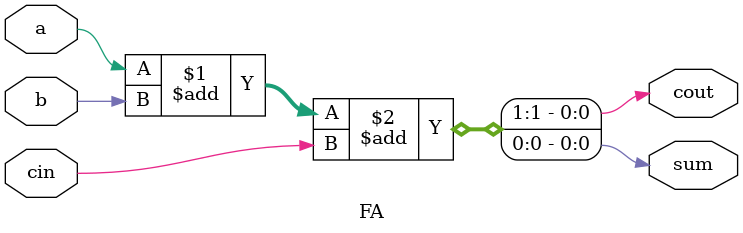
<source format=v>
module FA(cout, sum, a, b, cin);
    input a, b, cin;
    output cout, sum;

    assign {cout, sum} = a + b + cin;
endmodule
</source>
